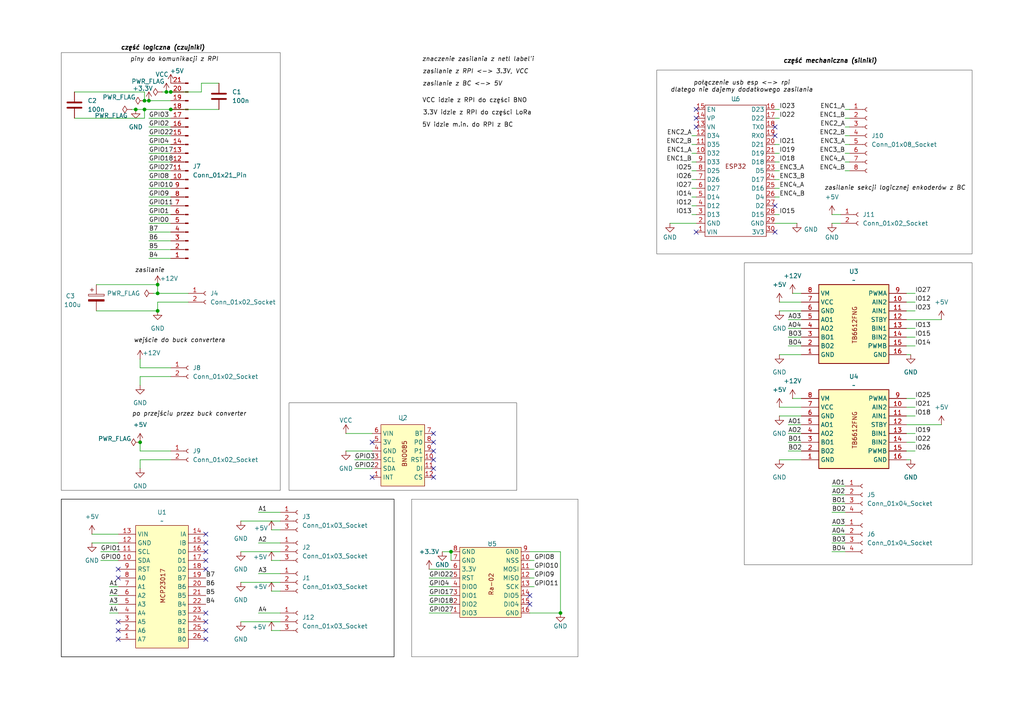
<source format=kicad_sch>
(kicad_sch (version 20231120) (generator "eeschema") (generator_version "8.0")
  (paper "A4")
  (lib_symbols
    (symbol "Connector:Conn_01x02_Socket" (pin_names (offset 1.016) hide)
      (property "Reference" "J" (at 0 2.54 0))
      (property "Value" "Conn_01x02_Socket" (at 0 -5.08 0))
      (symbol "Conn_01x02_Socket_1_1"
        (pin passive line (at -5.08 0 0) (length 3.81) (name "Pin_1") (number "1"))
        (pin passive line (at -5.08 -2.54 0) (length 3.81) (name "Pin_2") (number "2"))
      )
    )
    (symbol "Connector:Conn_01x03_Socket" (pin_names (offset 1.016) hide)
      (property "Reference" "J" (at 0 5.08 0))
      (property "Value" "Conn_01x03_Socket" (at 0 -5.08 0))
      (symbol "Conn_01x03_Socket_1_1"
        (pin passive line (at -5.08 2.54 0) (length 3.81) (name "Pin_1") (number "1"))
        (pin passive line (at -5.08 0 0) (length 3.81) (name "Pin_2") (number "2"))
        (pin passive line (at -5.08 -2.54 0) (length 3.81) (name "Pin_3") (number "3"))
      )
    )
    (symbol "Connector:Conn_01x04_Socket" (pin_names (offset 1.016) hide)
      (property "Reference" "J" (at 0 5.08 0))
      (property "Value" "Conn_01x04_Socket" (at 0 -7.62 0))
      (symbol "Conn_01x04_Socket_1_1"
        (pin passive line (at -5.08 2.54 0) (length 3.81) (name "Pin_1") (number "1"))
        (pin passive line (at -5.08 0 0) (length 3.81) (name "Pin_2") (number "2"))
        (pin passive line (at -5.08 -2.54 0) (length 3.81) (name "Pin_3") (number "3"))
        (pin passive line (at -5.08 -5.08 0) (length 3.81) (name "Pin_4") (number "4"))
      )
    )
    (symbol "Connector:Conn_01x08_Socket" (pin_names (offset 1.016) hide)
      (property "Reference" "J" (at 0 10.16 0))
      (property "Value" "Conn_01x08_Socket" (at 0 -12.7 0))
      (symbol "Conn_01x08_Socket_1_1"
        (pin passive line (at -5.08 7.62 0) (length 3.81) (name "Pin_1") (number "1"))
        (pin passive line (at -5.08 5.08 0) (length 3.81) (name "Pin_2") (number "2"))
        (pin passive line (at -5.08 2.54 0) (length 3.81) (name "Pin_3") (number "3"))
        (pin passive line (at -5.08 0 0) (length 3.81) (name "Pin_4") (number "4"))
        (pin passive line (at -5.08 -2.54 0) (length 3.81) (name "Pin_5") (number "5"))
        (pin passive line (at -5.08 -5.08 0) (length 3.81) (name "Pin_6") (number "6"))
        (pin passive line (at -5.08 -7.62 0) (length 3.81) (name "Pin_7") (number "7"))
        (pin passive line (at -5.08 -10.16 0) (length 3.81) (name "Pin_8") (number "8"))
      )
    )
    (symbol "Connector:Conn_01x21_Pin" (pin_names (offset 1.016) hide)
      (property "Reference" "J" (at 0 27.94 0))
      (property "Value" "Conn_01x21_Pin" (at 0 -27.94 0))
      (symbol "Conn_01x21_Pin_1_1"
        (pin passive line (at 5.08 25.4 180) (length 3.81) (name "Pin_1") (number "1"))
        (pin passive line (at 5.08 2.54 180) (length 3.81) (name "Pin_10") (number "10"))
        (pin passive line (at 5.08 0 180) (length 3.81) (name "Pin_11") (number "11"))
        (pin passive line (at 5.08 -2.54 180) (length 3.81) (name "Pin_12") (number "12"))
        (pin passive line (at 5.08 -5.08 180) (length 3.81) (name "Pin_13") (number "13"))
        (pin passive line (at 5.08 -7.62 180) (length 3.81) (name "Pin_14") (number "14"))
        (pin passive line (at 5.08 -10.16 180) (length 3.81) (name "Pin_15") (number "15"))
        (pin passive line (at 5.08 -12.7 180) (length 3.81) (name "Pin_16") (number "16"))
        (pin passive line (at 5.08 -15.24 180) (length 3.81) (name "Pin_17") (number "17"))
        (pin passive line (at 5.08 -17.78 180) (length 3.81) (name "Pin_18") (number "18"))
        (pin passive line (at 5.08 -20.32 180) (length 3.81) (name "Pin_19") (number "19"))
        (pin passive line (at 5.08 22.86 180) (length 3.81) (name "Pin_2") (number "2"))
        (pin passive line (at 5.08 -22.86 180) (length 3.81) (name "Pin_20") (number "20"))
        (pin passive line (at 5.08 -25.4 180) (length 3.81) (name "Pin_21") (number "21"))
        (pin passive line (at 5.08 20.32 180) (length 3.81) (name "Pin_3") (number "3"))
        (pin passive line (at 5.08 17.78 180) (length 3.81) (name "Pin_4") (number "4"))
        (pin passive line (at 5.08 15.24 180) (length 3.81) (name "Pin_5") (number "5"))
        (pin passive line (at 5.08 12.7 180) (length 3.81) (name "Pin_6") (number "6"))
        (pin passive line (at 5.08 10.16 180) (length 3.81) (name "Pin_7") (number "7"))
        (pin passive line (at 5.08 7.62 180) (length 3.81) (name "Pin_8") (number "8"))
        (pin passive line (at 5.08 5.08 180) (length 3.81) (name "Pin_9") (number "9"))
      )
    )
    (symbol "Device:C" (pin_numbers hide) (pin_names (offset 0.254))
      (property "Reference" "C" (at 0.635 2.54 0))
      (property "Value" "C" (at 0.635 -2.54 0))
      (symbol "C_1_1"
        (pin passive line (at 0 3.81 270) (length 2.794) (name "~") (number "1"))
        (pin passive line (at 0 -3.81 90) (length 2.794) (name "~") (number "2"))
      )
    )
    (symbol "Device:C_Polarized" (pin_numbers hide) (pin_names (offset 0.254))
      (property "Reference" "C" (at 0.635 2.54 0))
      (property "Value" "C_Polarized" (at 0.635 -2.54 0))
      (symbol "C_Polarized_1_1"
        (pin passive line (at 0 3.81 270) (length 2.794) (name "~") (number "1"))
        (pin passive line (at 0 -3.81 90) (length 2.794) (name "~") (number "2"))
      )
    )
    (symbol "TB6612FNG_THT_1"
      (property "Reference" "U3" (at 10.16 26.67 0))
      (property "Value" "~" (at 10.16 24.13 0))
      (symbol "TB6612FNG_THT_1_1_1"
        (text "TB6612FNG" (at 10.414 11.176 900) (effects (font (size 1.27 1.27))))
        (pin power_in line (at -5.08 2.54 0) (length 5.08) (name "GND") (number "1"))
        (pin passive line (at 25.4 17.78 180) (length 5.08) (name "AIN2") (number "10"))
        (pin passive line (at 25.4 15.24 180) (length 5.08) (name "AIN1") (number "11"))
        (pin input line (at 25.4 12.7 180) (length 5.08) (name "STBY") (number "12"))
        (pin passive line (at 25.4 10.16 180) (length 5.08) (name "BIN1") (number "13"))
        (pin passive line (at 25.4 7.62 180) (length 5.08) (name "BIN2") (number "14"))
        (pin bidirectional line (at 25.4 5.08 180) (length 5.08) (name "PWMB") (number "15"))
        (pin power_in line (at 25.4 2.54 180) (length 5.08) (name "GND") (number "16"))
        (pin output line (at -5.08 5.08 0) (length 5.08) (name "BO2") (number "2"))
        (pin output line (at -5.08 7.62 0) (length 5.08) (name "BO1") (number "3"))
        (pin output line (at -5.08 10.16 0) (length 5.08) (name "AO2") (number "4"))
        (pin output line (at -5.08 12.7 0) (length 5.08) (name "AO1") (number "5"))
        (pin power_in line (at -5.08 15.24 0) (length 5.08) (name "GND") (number "6"))
        (pin power_in line (at -5.08 17.78 0) (length 5.08) (name "VCC") (number "7"))
        (pin power_in line (at -5.08 20.32 0) (length 5.08) (name "VM") (number "8"))
        (pin bidirectional line (at 25.4 20.32 180) (length 5.08) (name "PWMA") (number "9"))
      )
    )
    (symbol "power:+12V" (power) (pin_numbers hide) (pin_names (offset 0) hide)
      (property "Value" "+12V" (at 0 3.556 0))
      (symbol "+12V_1_1"
        (pin power_in line (at 0 0 90) (length 0) (name "~") (number "1"))
      )
    )
    (symbol "power:+3.3V" (power) (pin_numbers hide) (pin_names (offset 0) hide)
      (property "Value" "+3.3V" (at 0 3.556 0))
      (symbol "+3.3V_1_1"
        (pin power_in line (at 0 0 90) (length 0) (name "~") (number "1"))
      )
    )
    (symbol "power:+5V" (power) (pin_numbers hide) (pin_names (offset 0) hide)
      (property "Value" "+5V" (at 0 3.556 0))
      (symbol "+5V_1_1"
        (pin power_in line (at 0 0 90) (length 0) (name "~") (number "1"))
      )
    )
    (symbol "power:GND" (power) (pin_numbers hide) (pin_names (offset 0) hide)
      (property "Value" "GND" (at 0 -3.81 0))
      (symbol "GND_1_1"
        (pin power_in line (at 0 0 270) (length 0) (name "~") (number "1"))
      )
    )
    (symbol "power:PWR_FLAG" (power) (pin_numbers hide) (pin_names (offset 0) hide)
      (property "Value" "PWR_FLAG" (at 0 3.81 0))
      (symbol "PWR_FLAG_0_0"
        (pin power_out line (at 0 0 90) (length 0) (name "~") (number "1"))
      )
    )
    (symbol "power:VCC" (power) (pin_numbers hide) (pin_names (offset 0) hide)
      (property "Value" "VCC" (at 0 3.556 0))
      (symbol "VCC_1_1"
        (pin power_in line (at 0 0 90) (length 0) (name "~") (number "1"))
      )
    )
    (symbol "project_parts:BNO085_THT"
      (property "Reference" "U" (at 6.096 18.796 0))
      (symbol "BNO085_THT_1_1"
        (text "BNO085" (at 6.858 9.398 900) (effects (font (size 1.27 1.27))))
        (pin input line (at -2.54 2.54 0) (length 2.54) (name "INT") (number "1"))
        (pin input line (at 15.24 7.62 180) (length 2.54) (name "RST") (number "10"))
        (pin input line (at 15.24 5.08 180) (length 2.54) (name "DI") (number "11"))
        (pin input line (at 15.24 2.54 180) (length 2.54) (name "CS") (number "12"))
        (pin input line (at -2.54 5.08 0) (length 2.54) (name "SDA") (number "2"))
        (pin input line (at -2.54 7.62 0) (length 2.54) (name "SCL") (number "3"))
        (pin input line (at -2.54 10.16 0) (length 2.54) (name "GND") (number "4"))
        (pin input line (at -2.54 12.7 0) (length 2.54) (name "3V") (number "5"))
        (pin input line (at -2.54 15.24 0) (length 2.54) (name "VIN") (number "6"))
        (pin input line (at 15.24 15.24 180) (length 2.54) (name "BT") (number "7"))
        (pin input line (at 15.24 12.7 180) (length 2.54) (name "P0") (number "8"))
        (pin input line (at 15.24 10.16 180) (length 2.54) (name "P1") (number "9"))
      )
    )
    (symbol "project_parts:ESP32_THT"
      (property "Reference" "U" (at 8.89 39.116 0))
      (symbol "ESP32_THT_1_1"
        (text "ESP32" (at 8.89 20.32 0) (effects (font (size 1.27 1.27))))
        (pin input line (at -2.54 1.27 0) (length 2.54) (name "VIN") (number "1"))
        (pin input line (at -2.54 24.13 0) (length 2.54) (name "D32") (number "10"))
        (pin input line (at -2.54 26.67 0) (length 2.54) (name "D35") (number "11"))
        (pin input line (at -2.54 29.21 0) (length 2.54) (name "D34") (number "12"))
        (pin input line (at -2.54 31.75 0) (length 2.54) (name "VN") (number "13"))
        (pin input line (at -2.54 34.29 0) (length 2.54) (name "VP") (number "14"))
        (pin input line (at -2.54 36.83 0) (length 2.54) (name "EN") (number "15"))
        (pin input line (at 20.32 36.83 180) (length 2.54) (name "D23") (number "16"))
        (pin input line (at 20.32 34.29 180) (length 2.54) (name "D22") (number "17"))
        (pin input line (at 20.32 31.75 180) (length 2.54) (name "TX0") (number "18"))
        (pin input line (at 20.32 29.21 180) (length 2.54) (name "RX0") (number "19"))
        (pin input line (at -2.54 3.81 0) (length 2.54) (name "GND") (number "2"))
        (pin input line (at 20.32 26.67 180) (length 2.54) (name "D21") (number "20"))
        (pin input line (at 20.32 24.13 180) (length 2.54) (name "D19") (number "21"))
        (pin input line (at 20.32 21.59 180) (length 2.54) (name "D18") (number "22"))
        (pin input line (at 20.32 19.05 180) (length 2.54) (name "D5") (number "23"))
        (pin input line (at 20.32 16.51 180) (length 2.54) (name "D17") (number "24"))
        (pin input line (at 20.32 13.97 180) (length 2.54) (name "D16") (number "25"))
        (pin input line (at 20.32 11.43 180) (length 2.54) (name "D4") (number "26"))
        (pin input line (at 20.32 8.89 180) (length 2.54) (name "D2") (number "27"))
        (pin input line (at 20.32 6.35 180) (length 2.54) (name "D15") (number "28"))
        (pin input line (at 20.32 3.81 180) (length 2.54) (name "GND") (number "29"))
        (pin input line (at -2.54 6.35 0) (length 2.54) (name "D13") (number "3"))
        (pin input line (at 20.32 1.27 180) (length 2.54) (name "3V3") (number "30"))
        (pin input line (at -2.54 8.89 0) (length 2.54) (name "D12") (number "4"))
        (pin input line (at -2.54 11.43 0) (length 2.54) (name "D14") (number "5"))
        (pin input line (at -2.54 13.97 0) (length 2.54) (name "D27") (number "6"))
        (pin input line (at -2.54 16.51 0) (length 2.54) (name "D26") (number "7"))
        (pin input line (at -2.54 19.05 0) (length 2.54) (name "D25") (number "8"))
        (pin input line (at -2.54 21.59 0) (length 2.54) (name "D33") (number "9"))
      )
    )
    (symbol "project_parts:MCP23017_THT"
      (property "Reference" "U1" (at 7.62 39.37 0))
      (property "Value" "~" (at 7.62 36.83 0))
      (symbol "MCP23017_THT_1_1"
        (text "MCP23017" (at 7.874 18.034 900) (effects (font (size 1.27 1.27))))
        (pin input line (at -5.08 2.54 0) (length 5.08) (name "A7") (number "1"))
        (pin input line (at -5.08 25.4 0) (length 5.08) (name "SDA") (number "10"))
        (pin input line (at -5.08 27.94 0) (length 5.08) (name "SCL") (number "11"))
        (pin power_in line (at -5.08 30.48 0) (length 5.08) (name "GND") (number "12"))
        (pin power_in line (at -5.08 33.02 0) (length 5.08) (name "VIN") (number "13"))
        (pin input line (at 20.32 33.02 180) (length 5.08) (name "IA") (number "14"))
        (pin input line (at 20.32 30.48 180) (length 5.08) (name "IB") (number "15"))
        (pin input line (at 20.32 27.94 180) (length 5.08) (name "D0") (number "16"))
        (pin input line (at 20.32 25.4 180) (length 5.08) (name "D1") (number "17"))
        (pin input line (at 20.32 22.86 180) (length 5.08) (name "D2") (number "18"))
        (pin input line (at 20.32 20.32 180) (length 5.08) (name "B7") (number "19"))
        (pin input line (at -5.08 5.08 0) (length 5.08) (name "A6") (number "2"))
        (pin input line (at 20.32 17.78 180) (length 5.08) (name "B6") (number "20"))
        (pin input line (at 20.32 15.24 180) (length 5.08) (name "B5") (number "21"))
        (pin input line (at 20.32 12.7 180) (length 5.08) (name "B4") (number "22"))
        (pin input line (at 20.32 10.16 180) (length 5.08) (name "B3") (number "23"))
        (pin input line (at 20.32 7.62 180) (length 5.08) (name "B2") (number "24"))
        (pin input line (at 20.32 5.08 180) (length 5.08) (name "B1") (number "25"))
        (pin input line (at 20.32 2.54 180) (length 5.08) (name "B0") (number "26"))
        (pin input line (at -5.08 7.62 0) (length 5.08) (name "A5") (number "3"))
        (pin input line (at -5.08 10.16 0) (length 5.08) (name "A4") (number "4"))
        (pin input line (at -5.08 12.7 0) (length 5.08) (name "A3") (number "5"))
        (pin input line (at -5.08 15.24 0) (length 5.08) (name "A2") (number "6"))
        (pin input line (at -5.08 17.78 0) (length 5.08) (name "A1") (number "7"))
        (pin input line (at -5.08 20.32 0) (length 5.08) (name "A0") (number "8"))
        (pin input line (at -5.08 22.86 0) (length 5.08) (name "RST") (number "9"))
      )
    )
    (symbol "project_parts:Ra-02_THT"
      (property "Reference" "U" (at 8.382 21.082 0))
      (symbol "Ra-02_THT_1_1"
        (text "Ra-02" (at 9.144 9.652 900) (effects (font (size 1.27 1.27))))
        (pin input line (at -2.54 1.27 0) (length 2.54) (name "DIO3") (number "1"))
        (pin input line (at 20.32 16.51 180) (length 2.54) (name "NSS") (number "10"))
        (pin input line (at 20.32 13.97 180) (length 2.54) (name "MOSI") (number "11"))
        (pin input line (at 20.32 11.43 180) (length 2.54) (name "MISO") (number "12"))
        (pin input line (at 20.32 8.89 180) (length 2.54) (name "SCK") (number "13"))
        (pin input line (at 20.32 6.35 180) (length 2.54) (name "DIO5") (number "14"))
        (pin input line (at 20.32 3.81 180) (length 2.54) (name "DIO4") (number "15"))
        (pin input line (at 20.32 1.27 180) (length 2.54) (name "GND") (number "16"))
        (pin input line (at -2.54 3.81 0) (length 2.54) (name "DIO2") (number "2"))
        (pin input line (at -2.54 6.35 0) (length 2.54) (name "DIO1") (number "3"))
        (pin input line (at -2.54 8.89 0) (length 2.54) (name "DIO0") (number "4"))
        (pin input line (at -2.54 11.43 0) (length 2.54) (name "RST") (number "5"))
        (pin input line (at -2.54 13.97 0) (length 2.54) (name "3.3V") (number "6"))
        (pin input line (at -2.54 16.51 0) (length 2.54) (name "GND") (number "7"))
        (pin input line (at -2.54 19.05 0) (length 2.54) (name "GND") (number "8"))
        (pin input line (at 20.32 19.05 180) (length 2.54) (name "GND") (number "9"))
      )
    )
    (symbol "project_parts:TB6612FNG_THT"
      (property "Reference" "U4" (at 10.16 26.67 0))
      (property "Value" "~" (at 10.16 24.13 0))
      (symbol "TB6612FNG_THT_1_1"
        (text "TB6612FNG" (at 10.414 11.176 900) (effects (font (size 1.27 1.27))))
        (pin power_in line (at -5.08 2.54 0) (length 5.08) (name "GND") (number "1"))
        (pin passive line (at 25.4 17.78 180) (length 5.08) (name "AIN2") (number "10"))
        (pin passive line (at 25.4 15.24 180) (length 5.08) (name "AIN1") (number "11"))
        (pin input line (at 25.4 12.7 180) (length 5.08) (name "STBY") (number "12"))
        (pin passive line (at 25.4 10.16 180) (length 5.08) (name "BIN1") (number "13"))
        (pin passive line (at 25.4 7.62 180) (length 5.08) (name "BIN2") (number "14"))
        (pin bidirectional line (at 25.4 5.08 180) (length 5.08) (name "PWMB") (number "15"))
        (pin power_in line (at 25.4 2.54 180) (length 5.08) (name "GND") (number "16"))
        (pin output line (at -5.08 5.08 0) (length 5.08) (name "BO2") (number "2"))
        (pin output line (at -5.08 7.62 0) (length 5.08) (name "BO1") (number "3"))
        (pin output line (at -5.08 10.16 0) (length 5.08) (name "AO2") (number "4"))
        (pin output line (at -5.08 12.7 0) (length 5.08) (name "AO1") (number "5"))
        (pin power_in line (at -5.08 15.24 0) (length 5.08) (name "GND") (number "6"))
        (pin power_in line (at -5.08 17.78 0) (length 5.08) (name "VCC") (number "7"))
        (pin power_in line (at -5.08 20.32 0) (length 5.08) (name "VM") (number "8"))
        (pin bidirectional line (at 25.4 20.32 180) (length 5.08) (name "PWMA") (number "9"))
      )
    )
  )
  (junction (at 162.56 177.8))
  (junction (at 49.53 31.75))
  (junction (at 45.72 90.17))
  (junction (at 45.72 82.55))
  (junction (at 40.64 128.27))
  (junction (at 130.81 160.02))
  (junction (at 45.72 85.09))
  (junction (at 48.26 26.67))
  (junction (at 43.18 29.21))
  (junction (at 41.91 29.21))
  (junction (at 41.91 31.75))
  (junction (at 39.37 31.75))
  (junction (at 49.53 26.67))
  (no_connect (at 201.93 36.83))
  (no_connect (at 153.67 175.26))
  (no_connect (at 59.69 160.02))
  (no_connect (at 34.29 182.88))
  (no_connect (at 125.73 125.73))
  (no_connect (at 201.93 31.75))
  (no_connect (at 125.73 135.89))
  (no_connect (at 59.69 177.8))
  (no_connect (at 201.93 67.31))
  (no_connect (at 34.29 167.64))
  (no_connect (at 59.69 182.88))
  (no_connect (at 224.79 59.69))
  (no_connect (at 125.73 138.43))
  (no_connect (at 59.69 162.56))
  (no_connect (at 59.69 185.42))
  (no_connect (at 201.93 34.29))
  (no_connect (at 59.69 157.48))
  (no_connect (at 153.67 172.72))
  (no_connect (at 224.79 36.83))
  (no_connect (at 59.69 154.94))
  (no_connect (at 224.79 67.31))
  (no_connect (at 59.69 180.34))
  (no_connect (at 59.69 165.1))
  (no_connect (at 107.95 138.43))
  (no_connect (at 125.73 133.35))
  (no_connect (at 34.29 180.34))
  (no_connect (at 125.73 128.27))
  (no_connect (at 125.73 130.81))
  (no_connect (at 34.29 185.42))
  (no_connect (at 107.95 128.27))
  (no_connect (at 34.29 165.1))
  (no_connect (at 224.79 39.37))
  (wire (pts (xy 31.75 175.26) (xy 34.29 175.26)))
  (wire (pts (xy 241.3 146.05) (xy 245.11 146.05)))
  (wire (pts (xy 245.11 34.29) (xy 246.38 34.29)))
  (wire (pts (xy 262.89 87.63) (xy 265.43 87.63)))
  (wire (pts (xy 262.89 95.25) (xy 265.43 95.25)))
  (wire (pts (xy 69.85 151.13) (xy 81.28 151.13)))
  (wire (pts (xy 58.42 24.13) (xy 58.42 26.67)))
  (wire (pts (xy 38.1 31.75) (xy 39.37 31.75)))
  (wire (pts (xy 40.64 111.76) (xy 40.64 109.22)))
  (wire (pts (xy 43.18 57.15) (xy 49.53 57.15)))
  (wire (pts (xy 262.89 85.09) (xy 265.43 85.09)))
  (wire (pts (xy 245.11 44.45) (xy 246.38 44.45)))
  (wire (pts (xy 200.66 44.45) (xy 201.93 44.45)))
  (wire (pts (xy 200.66 46.99) (xy 201.93 46.99)))
  (wire (pts (xy 78.74 171.45) (xy 81.28 171.45)))
  (wire (pts (xy 43.18 62.23) (xy 49.53 62.23)))
  (wire (pts (xy 224.79 52.07) (xy 226.06 52.07)))
  (wire (pts (xy 100.33 125.73) (xy 107.95 125.73)))
  (wire (pts (xy 262.89 133.35) (xy 264.16 133.35)))
  (wire (pts (xy 162.56 160.02) (xy 162.56 177.8)))
  (wire (pts (xy 241.3 64.77) (xy 243.84 64.77)))
  (wire (pts (xy 200.66 54.61) (xy 201.93 54.61)))
  (wire (pts (xy 224.79 31.75) (xy 226.06 31.75)))
  (wire (pts (xy 229.87 115.57) (xy 232.41 115.57)))
  (wire (pts (xy 27.94 82.55) (xy 45.72 82.55)))
  (wire (pts (xy 245.11 41.91) (xy 246.38 41.91)))
  (wire (pts (xy 200.66 62.23) (xy 201.93 62.23)))
  (wire (pts (xy 21.59 34.29) (xy 41.91 34.29)))
  (wire (pts (xy 241.3 148.59) (xy 245.11 148.59)))
  (wire (pts (xy 245.11 46.99) (xy 246.38 46.99)))
  (wire (pts (xy 200.66 59.69) (xy 201.93 59.69)))
  (wire (pts (xy 153.67 170.18) (xy 154.94 170.18)))
  (wire (pts (xy 21.59 26.67) (xy 41.91 26.67)))
  (wire (pts (xy 200.66 57.15) (xy 201.93 57.15)))
  (wire (pts (xy 228.6 123.19) (xy 232.41 123.19)))
  (wire (pts (xy 262.89 125.73) (xy 265.43 125.73)))
  (wire (pts (xy 224.79 49.53) (xy 226.06 49.53)))
  (wire (pts (xy 29.21 160.02) (xy 34.29 160.02)))
  (wire (pts (xy 226.06 102.87) (xy 232.41 102.87)))
  (wire (pts (xy 41.91 34.29) (xy 41.91 31.75)))
  (wire (pts (xy 200.66 49.53) (xy 201.93 49.53)))
  (wire (pts (xy 124.46 172.72) (xy 130.81 172.72)))
  (wire (pts (xy 43.18 46.99) (xy 49.53 46.99)))
  (wire (pts (xy 43.18 72.39) (xy 49.53 72.39)))
  (wire (pts (xy 153.67 167.64) (xy 154.94 167.64)))
  (wire (pts (xy 262.89 100.33) (xy 265.43 100.33)))
  (wire (pts (xy 74.93 148.59) (xy 81.28 148.59)))
  (wire (pts (xy 31.75 177.8) (xy 34.29 177.8)))
  (wire (pts (xy 31.75 170.18) (xy 34.29 170.18)))
  (wire (pts (xy 130.81 160.02) (xy 130.81 162.56)))
  (wire (pts (xy 69.85 168.91) (xy 81.28 168.91)))
  (wire (pts (xy 41.91 31.75) (xy 49.53 31.75)))
  (wire (pts (xy 26.67 157.48) (xy 34.29 157.48)))
  (wire (pts (xy 43.18 64.77) (xy 49.53 64.77)))
  (wire (pts (xy 200.66 39.37) (xy 201.93 39.37)))
  (wire (pts (xy 43.18 34.29) (xy 49.53 34.29)))
  (wire (pts (xy 241.3 143.51) (xy 245.11 143.51)))
  (wire (pts (xy 224.79 41.91) (xy 226.06 41.91)))
  (wire (pts (xy 45.72 82.55) (xy 45.72 85.09)))
  (wire (pts (xy 124.46 167.64) (xy 130.81 167.64)))
  (wire (pts (xy 41.91 26.67) (xy 41.91 29.21)))
  (wire (pts (xy 63.5 24.13) (xy 58.42 24.13)))
  (wire (pts (xy 49.53 31.75) (xy 63.5 31.75)))
  (wire (pts (xy 29.21 162.56) (xy 34.29 162.56)))
  (wire (pts (xy 45.72 90.17) (xy 45.72 87.63)))
  (wire (pts (xy 153.67 165.1) (xy 154.94 165.1)))
  (wire (pts (xy 43.18 36.83) (xy 49.53 36.83)))
  (wire (pts (xy 262.89 128.27) (xy 265.43 128.27)))
  (wire (pts (xy 245.11 49.53) (xy 246.38 49.53)))
  (wire (pts (xy 124.46 165.1) (xy 130.81 165.1)))
  (wire (pts (xy 69.85 160.02) (xy 81.28 160.02)))
  (wire (pts (xy 40.64 109.22) (xy 49.53 109.22)))
  (wire (pts (xy 74.93 166.37) (xy 81.28 166.37)))
  (wire (pts (xy 228.6 95.25) (xy 232.41 95.25)))
  (wire (pts (xy 262.89 97.79) (xy 265.43 97.79)))
  (wire (pts (xy 228.6 92.71) (xy 232.41 92.71)))
  (wire (pts (xy 40.64 104.14) (xy 40.64 106.68)))
  (wire (pts (xy 245.11 36.83) (xy 246.38 36.83)))
  (wire (pts (xy 226.06 90.17) (xy 232.41 90.17)))
  (wire (pts (xy 262.89 92.71) (xy 273.05 92.71)))
  (wire (pts (xy 40.64 128.27) (xy 40.64 130.81)))
  (wire (pts (xy 262.89 118.11) (xy 265.43 118.11)))
  (wire (pts (xy 124.46 170.18) (xy 130.81 170.18)))
  (wire (pts (xy 153.67 160.02) (xy 162.56 160.02)))
  (wire (pts (xy 43.18 29.21) (xy 49.53 29.21)))
  (wire (pts (xy 45.72 85.09) (xy 54.61 85.09)))
  (wire (pts (xy 228.6 97.79) (xy 232.41 97.79)))
  (wire (pts (xy 26.67 154.94) (xy 34.29 154.94)))
  (wire (pts (xy 100.33 130.81) (xy 107.95 130.81)))
  (wire (pts (xy 43.18 44.45) (xy 49.53 44.45)))
  (wire (pts (xy 226.06 133.35) (xy 232.41 133.35)))
  (wire (pts (xy 40.64 106.68) (xy 49.53 106.68)))
  (wire (pts (xy 226.06 87.63) (xy 232.41 87.63)))
  (wire (pts (xy 153.67 162.56) (xy 154.94 162.56)))
  (wire (pts (xy 43.18 39.37) (xy 49.53 39.37)))
  (wire (pts (xy 43.18 54.61) (xy 49.53 54.61)))
  (wire (pts (xy 245.11 31.75) (xy 246.38 31.75)))
  (wire (pts (xy 224.79 54.61) (xy 226.06 54.61)))
  (wire (pts (xy 200.66 52.07) (xy 201.93 52.07)))
  (wire (pts (xy 46.99 26.67) (xy 48.26 26.67)))
  (wire (pts (xy 224.79 62.23) (xy 226.06 62.23)))
  (wire (pts (xy 262.89 115.57) (xy 265.43 115.57)))
  (wire (pts (xy 40.64 135.89) (xy 40.64 133.35)))
  (wire (pts (xy 78.74 162.56) (xy 81.28 162.56)))
  (wire (pts (xy 44.45 85.09) (xy 45.72 85.09)))
  (wire (pts (xy 224.79 44.45) (xy 226.06 44.45)))
  (wire (pts (xy 128.27 160.02) (xy 130.81 160.02)))
  (wire (pts (xy 45.72 87.63) (xy 54.61 87.63)))
  (wire (pts (xy 74.93 177.8) (xy 81.28 177.8)))
  (wire (pts (xy 41.91 29.21) (xy 43.18 29.21)))
  (wire (pts (xy 224.79 64.77) (xy 231.14 64.77)))
  (wire (pts (xy 102.87 133.35) (xy 107.95 133.35)))
  (wire (pts (xy 43.18 49.53) (xy 49.53 49.53)))
  (wire (pts (xy 40.64 130.81) (xy 49.53 130.81)))
  (wire (pts (xy 102.87 135.89) (xy 107.95 135.89)))
  (wire (pts (xy 124.46 175.26) (xy 130.81 175.26)))
  (wire (pts (xy 40.64 133.35) (xy 49.53 133.35)))
  (wire (pts (xy 262.89 123.19) (xy 273.05 123.19)))
  (wire (pts (xy 241.3 140.97) (xy 245.11 140.97)))
  (wire (pts (xy 228.6 128.27) (xy 232.41 128.27)))
  (wire (pts (xy 153.67 177.8) (xy 162.56 177.8)))
  (wire (pts (xy 226.06 120.65) (xy 232.41 120.65)))
  (wire (pts (xy 262.89 130.81) (xy 265.43 130.81)))
  (wire (pts (xy 58.42 26.67) (xy 49.53 26.67)))
  (wire (pts (xy 224.79 34.29) (xy 226.06 34.29)))
  (wire (pts (xy 228.6 100.33) (xy 232.41 100.33)))
  (wire (pts (xy 43.18 69.85) (xy 49.53 69.85)))
  (wire (pts (xy 226.06 118.11) (xy 232.41 118.11)))
  (wire (pts (xy 262.89 120.65) (xy 265.43 120.65)))
  (wire (pts (xy 229.87 85.09) (xy 232.41 85.09)))
  (wire (pts (xy 241.3 152.4) (xy 245.11 152.4)))
  (wire (pts (xy 241.3 157.48) (xy 245.11 157.48)))
  (wire (pts (xy 48.26 26.67) (xy 49.53 26.67)))
  (wire (pts (xy 43.18 59.69) (xy 49.53 59.69)))
  (wire (pts (xy 78.74 153.67) (xy 81.28 153.67)))
  (wire (pts (xy 31.75 172.72) (xy 34.29 172.72)))
  (wire (pts (xy 224.79 57.15) (xy 226.06 57.15)))
  (wire (pts (xy 43.18 74.93) (xy 49.53 74.93)))
  (wire (pts (xy 43.18 67.31) (xy 49.53 67.31)))
  (wire (pts (xy 27.94 90.17) (xy 45.72 90.17)))
  (wire (pts (xy 262.89 90.17) (xy 265.43 90.17)))
  (wire (pts (xy 43.18 41.91) (xy 49.53 41.91)))
  (wire (pts (xy 200.66 41.91) (xy 201.93 41.91)))
  (wire (pts (xy 241.3 154.94) (xy 245.11 154.94)))
  (wire (pts (xy 241.3 62.23) (xy 243.84 62.23)))
  (wire (pts (xy 224.79 46.99) (xy 226.06 46.99)))
  (wire (pts (xy 241.3 160.02) (xy 245.11 160.02)))
  (wire (pts (xy 78.74 182.88) (xy 81.28 182.88)))
  (wire (pts (xy 228.6 130.81) (xy 232.41 130.81)))
  (wire (pts (xy 43.18 52.07) (xy 49.53 52.07)))
  (wire (pts (xy 124.46 177.8) (xy 130.81 177.8)))
  (wire (pts (xy 69.85 180.34) (xy 81.28 180.34)))
  (wire (pts (xy 262.89 102.87) (xy 264.16 102.87)))
  (wire (pts (xy 74.93 157.48) (xy 81.28 157.48)))
  (wire (pts (xy 228.6 125.73) (xy 232.41 125.73)))
  (wire (pts (xy 39.37 31.75) (xy 41.91 31.75)))
  (wire (pts (xy 245.11 39.37) (xy 246.38 39.37)))
  (wire (pts (xy 194.31 64.77) (xy 201.93 64.77)))
  (rectangle (start 17.78 144.78) (end 114.3 190.5) (stroke (width 0) (color 0 0 0 1)))
  (rectangle (start 215.9 76.2) (end 281.94 163.83) (stroke (width 0.0254) (color 0 0 0 1)))
  (rectangle (start 190.5 20.32) (end 281.94 73.66) (stroke (width 0.0254) (color 0 0 0 1)))
  (rectangle (start 17.78 15.24) (end 81.28 142.24) (stroke (width 0.0254) (color 0 0 0 1)))
  (rectangle (start 83.82 116.84) (end 149.86 142.24) (stroke (width 0.0254) (color 0 0 0 1)))
  (rectangle (start 119.38 144.78) (end 167.64 190.5) (stroke (width 0.0254) (color 0 0 0 1)))
  (text "zasilanie z RPI <-> 3.3V, VCC" (at 137.922 20.828 0) (effects (font (size 1.27 1.27) (italic yes))))
  (text "3.3V idzie z RPI do części LoRa" (at 138.43 32.766 0) (effects (font (size 1.27 1.27))))
  (text "połączenie usb esp <-> rpi\ndlatego nie dajemy dodatkowego zasilania" (at 215.138 25.146 0) (effects (font (size 1.27 1.27) (italic yes))))
  (text "zasilanie z BC <-> 5V" (at 134.112 24.384 0) (effects (font (size 1.27 1.27) (italic yes))))
  (text "część logiczna (czujniki)" (at 47.244 13.97 0) (effects (font (size 1.27 1.27) (thickness 0.254) (bold yes) (italic yes))))
  (text "wejście do buck convertera" (at 52.07 98.806 0) (effects (font (size 1.27 1.27) (italic yes))))
  (text "piny do komunikacji z RPI" (at 50.546 17.272 0) (effects (font (size 1.27 1.27) (italic yes))))
  (text "VCC idzie z RPI do części BNO" (at 137.668 29.21 0) (effects (font (size 1.27 1.27))))
  (text "zasilanie sekcji logicznej enkoderów z BC" (at 259.588 54.61 0) (effects (font (size 1.27 1.27) (italic yes))))
  (text "znaczenie zasilania z netl label'i" (at 138.684 17.272 0) (effects (font (size 1.27 1.27) (italic yes))))
  (text "część mechaniczna (silniki)" (at 240.792 17.78 0) (effects (font (size 1.27 1.27) (thickness 0.254) (bold yes) (italic yes))))
  (text "zasilanie" (at 43.434 78.486 0) (effects (font (size 1.27 1.27) (italic yes))))
  (text "5V idzie m.in. do RPI z BC" (at 135.636 36.322 0) (effects (font (size 1.27 1.27))))
  (text "po przejściu przez buck converter" (at 54.864 120.142 0) (effects (font (size 1.27 1.27) (italic yes))))
  (label "AO4" (at 241.3 154.94 0))
  (label "ENC4_A" (at 226.06 54.61 0))
  (label "GPIO1" (at 43.18 62.23 0))
  (label "IO25" (at 265.43 115.57 0))
  (label "A4" (at 74.93 177.8 0))
  (label "BO2" (at 241.3 148.59 0))
  (label "ENC1_A" (at 245.11 31.75 180))
  (label "GPIO17" (at 124.46 172.72 0))
  (label "BO3" (at 241.3 157.48 0))
  (label "BO4" (at 241.3 160.02 0))
  (label "BO1" (at 228.6 128.27 0))
  (label "BO3" (at 228.6 97.79 0))
  (label "IO23" (at 265.43 90.17 0))
  (label "A3" (at 74.93 166.37 0))
  (label "GPIO18" (at 43.18 46.99 0))
  (label "AO1" (at 228.6 123.19 0))
  (label "GPIO11" (at 43.18 59.69 0))
  (label "ENC3_B" (at 226.06 52.07 0))
  (label "ENC1_A" (at 200.66 44.45 180))
  (label "B5" (at 59.69 172.72 0))
  (label "IO23" (at 226.06 31.75 0))
  (label "ENC4_B" (at 226.06 57.15 0))
  (label "IO22" (at 226.06 34.29 0))
  (label "IO21" (at 226.06 41.91 0))
  (label "IO14" (at 265.43 100.33 0))
  (label "B4" (at 59.69 175.26 0))
  (label "B6" (at 43.18 69.85 0))
  (label "IO12" (at 200.66 59.69 180))
  (label "IO22" (at 265.43 128.27 0))
  (label "ENC3_A" (at 245.11 41.91 180))
  (label "IO13" (at 265.43 95.25 0))
  (label "ENC4_B" (at 245.11 49.53 180))
  (label "ENC2_B" (at 245.11 39.37 180))
  (label "IO26" (at 265.43 130.81 0))
  (label "ENC3_B" (at 245.11 44.45 180))
  (label "ENC1_B" (at 245.11 34.29 180))
  (label "IO27" (at 265.43 85.09 0))
  (label "ENC3_A" (at 226.06 49.53 0))
  (label "GPIO18" (at 124.46 175.26 0))
  (label "BO2" (at 228.6 130.81 0))
  (label "GPIO4" (at 124.46 170.18 0))
  (label "GPIO4" (at 43.18 41.91 0))
  (label "IO18" (at 226.06 46.99 0))
  (label "IO19" (at 265.43 125.73 0))
  (label "IO25" (at 200.66 49.53 180))
  (label "GPIO9" (at 154.94 167.64 0))
  (label "GPIO27" (at 124.46 177.8 0))
  (label "A2" (at 74.93 157.48 0))
  (label "IO15" (at 226.06 62.23 0))
  (label "GPIO1" (at 29.21 160.02 0))
  (label "B6" (at 59.69 170.18 0))
  (label "AO4" (at 228.6 95.25 0))
  (label "ENC2_A" (at 245.11 36.83 180))
  (label "GPIO8" (at 43.18 52.07 0))
  (label "A2" (at 31.75 172.72 0))
  (label "B4" (at 43.18 74.93 0))
  (label "GPIO2" (at 43.18 36.83 0))
  (label "ENC2_B" (at 200.66 41.91 180))
  (label "B7" (at 59.69 167.64 0))
  (label "GPIO0" (at 29.21 162.56 0))
  (label "AO3" (at 241.3 152.4 0))
  (label "B7" (at 43.18 67.31 0))
  (label "GPIO10" (at 154.94 165.1 0))
  (label "GPIO8" (at 154.94 162.56 0))
  (label "ENC1_B" (at 200.66 46.99 180))
  (label "GPIO9" (at 43.18 57.15 0))
  (label "GPIO0" (at 43.18 64.77 0))
  (label "A1" (at 31.75 170.18 0))
  (label "B5" (at 43.18 72.39 0))
  (label "A3" (at 31.75 175.26 0))
  (label "GPIO22" (at 43.18 39.37 0))
  (label "A1" (at 74.93 148.59 0))
  (label "GPIO3" (at 102.87 133.35 0))
  (label "IO15" (at 265.43 97.79 0))
  (label "GPIO10" (at 43.18 54.61 0))
  (label "GPIO17" (at 43.18 44.45 0))
  (label "GPIO3" (at 43.18 34.29 0))
  (label "IO26" (at 200.66 52.07 180))
  (label "AO3" (at 228.6 92.71 0))
  (label "IO21" (at 265.43 118.11 0))
  (label "GPIO11" (at 154.94 170.18 0))
  (label "A4" (at 31.75 177.8 0))
  (label "AO2" (at 228.6 125.73 0))
  (label "ENC4_A" (at 245.11 46.99 180))
  (label "BO1" (at 241.3 146.05 0))
  (label "GPIO22" (at 124.46 167.64 0))
  (label "AO1" (at 241.3 140.97 0))
  (label "AO2" (at 241.3 143.51 0))
  (label "GPIO27" (at 43.18 49.53 0))
  (label "GPIO2" (at 102.87 135.89 0))
  (label "ENC2_A" (at 200.66 39.37 180))
  (label "IO18" (at 265.43 120.65 0))
  (label "IO19" (at 226.06 44.45 0))
  (label "IO14" (at 200.66 57.15 180))
  (label "IO27" (at 200.66 54.61 180))
  (label "IO13" (at 200.66 62.23 180))
  (label "BO4" (at 228.6 100.33 0))
  (label "IO12" (at 265.43 87.63 0))
  (symbol (lib_id "power:GND") (at 69.85 151.13 0) (unit 1)
    (property "Reference" "#PWR06" (effects (hide yes)))
    (property "Value" "GND" (at 69.85 156.21 0))
    (property "Description" "Power symbol creates a global label with name \"GND\" , ground" (effects (hide yes)))
  )
  (symbol (lib_id "Connector:Conn_01x03_Socket") (at 86.36 168.91 0) (unit 1)
    (property "Reference" "J1" (at 87.63 167.6399 0) (effects (justify left)))
    (property "Value" "Conn_01x03_Socket" (at 87.63 170.1799 0) (effects (justify left)))
    (property "Footprint" "Connector_PinSocket_2.54mm:PinSocket_1x03_P2.54mm_Vertical" (effects (hide yes)))
    (property "Description" "Generic connector, single row, 01x03, script generated" (effects (hide yes)))
  )
  (symbol (lib_id "Connector:Conn_01x03_Socket") (at 86.36 160.02 0) (unit 1)
    (property "Reference" "J2" (at 87.63 158.7499 0) (effects (justify left)))
    (property "Value" "Conn_01x03_Socket" (at 87.63 161.2899 0) (effects (justify left)))
    (property "Footprint" "Connector_PinSocket_2.54mm:PinSocket_1x03_P2.54mm_Vertical" (effects (hide yes)))
    (property "Description" "Generic connector, single row, 01x03, script generated" (effects (hide yes)))
  )
  (symbol (lib_id "power:GND") (at 100.33 130.81 0) (unit 1)
    (property "Reference" "#PWR010" (effects (hide yes)))
    (property "Value" "GND" (at 100.33 135.89 0))
    (property "Description" "Power symbol creates a global label with name \"GND\" , ground" (effects (hide yes)))
  )
  (symbol (lib_id "Device:C_Polarized") (at 27.94 86.36 0) (unit 1)
    (property "Reference" "C3" (at 19.05 85.852 0) (effects (justify left)))
    (property "Value" "100u" (at 18.542 88.392 0) (effects (justify left)))
    (property "Footprint" "Capacitor_THT:CP_Radial_D8.0mm_P2.50mm" (effects (hide yes)))
    (property "Description" "Polarized capacitor" (effects (hide yes)))
  )
  (symbol (lib_id "power:+12V") (at 45.72 82.55 0) (unit 1)
    (property "Reference" "#PWR031" (effects (hide yes)))
    (property "Value" "+12V" (at 49.022 80.772 0))
    (property "Description" "Power symbol creates a global label with name \"+12V\"" (effects (hide yes)))
  )
  (symbol (lib_id "power:+12V") (at 229.87 115.57 0) (unit 1)
    (property "Reference" "#PWR018" (effects (hide yes)))
    (property "Value" "+12V" (at 229.87 110.49 0))
    (property "Description" "Power symbol creates a global label with name \"+12V\"" (effects (hide yes)))
  )
  (symbol (lib_id "power:GND") (at 69.85 180.34 0) (unit 1)
    (property "Reference" "#PWR040" (effects (hide yes)))
    (property "Value" "GND" (at 69.85 185.42 0))
    (property "Description" "Power symbol creates a global label with name \"GND\" , ground" (effects (hide yes)))
  )
  (symbol (lib_id "Connector:Conn_01x02_Socket") (at 54.61 106.68 0) (unit 1)
    (property "Reference" "J8" (at 55.88 106.6799 0) (effects (justify left)))
    (property "Value" "Conn_01x02_Socket" (at 55.88 109.2199 0) (effects (justify left)))
    (property "Footprint" "Connector_PinSocket_2.54mm:PinSocket_1x02_P2.54mm_Vertical" (effects (hide yes)))
    (property "Description" "Generic connector, single row, 01x02, script generated" (effects (hide yes)))
  )
  (symbol (lib_id "power:GND") (at 226.06 90.17 0) (unit 1)
    (property "Reference" "#PWR012" (effects (hide yes)))
    (property "Value" "GND" (at 226.06 95.25 0))
    (property "Description" "Power symbol creates a global label with name \"GND\" , ground" (effects (hide yes)))
  )
  (symbol (lib_id "power:+5V") (at 78.74 153.67 0) (unit 1)
    (property "Reference" "#PWR01" (effects (hide yes)))
    (property "Value" "+5V" (at 75.692 153.162 0))
    (property "Description" "Power symbol creates a global label with name \"+5V\"" (effects (hide yes)))
  )
  (symbol (lib_id "power:GND") (at 226.06 120.65 0) (unit 1)
    (property "Reference" "#PWR015" (effects (hide yes)))
    (property "Value" "GND" (at 226.06 125.73 0))
    (property "Description" "Power symbol creates a global label with name \"GND\" , ground" (effects (hide yes)))
  )
  (symbol (lib_id "Connector:Conn_01x21_Pin") (at 54.61 49.53 180) (unit 1)
    (property "Reference" "J7" (at 55.88 48.2599 0) (effects (justify right)))
    (property "Value" "Conn_01x21_Pin" (at 55.88 50.7999 0) (effects (justify right)))
    (property "Footprint" "Connector_PinHeader_2.54mm:PinHeader_1x21_P2.54mm_Vertical" (effects (hide yes)))
    (property "Description" "Generic connector, single row, 01x21, script generated" (effects (hide yes)))
  )
  (symbol (lib_id "power:+5V") (at 78.74 162.56 0) (unit 1)
    (property "Reference" "#PWR02" (effects (hide yes)))
    (property "Value" "+5V" (at 75.438 161.544 0))
    (property "Description" "Power symbol creates a global label with name \"+5V\"" (effects (hide yes)))
  )
  (symbol (lib_id "power:GND") (at 162.56 177.8 0) (unit 1)
    (property "Reference" "#PWR027" (effects (hide yes)))
    (property "Value" "GND" (at 162.56 181.61 0))
    (property "Description" "Power symbol creates a global label with name \"GND\" , ground" (effects (hide yes)))
  )
  (symbol (lib_id "power:GND") (at 26.67 157.48 0) (unit 1)
    (property "Reference" "#PWR024" (effects (hide yes)))
    (property "Value" "GND" (at 26.67 162.56 0))
    (property "Description" "Power symbol creates a global label with name \"GND\" , ground" (effects (hide yes)))
  )
  (symbol (lib_id "power:+5V") (at 226.06 87.63 0) (unit 1)
    (property "Reference" "#PWR011" (effects (hide yes)))
    (property "Value" "+5V" (at 226.06 82.55 0))
    (property "Description" "Power symbol creates a global label with name \"+5V\"" (effects (hide yes)))
  )
  (symbol (lib_id "power:GND") (at 264.16 133.35 0) (unit 1)
    (property "Reference" "#PWR020" (effects (hide yes)))
    (property "Value" "GND" (at 264.16 138.43 0))
    (property "Description" "Power symbol creates a global label with name \"GND\" , ground" (effects (hide yes)))
  )
  (symbol (lib_id "power:+12V") (at 40.64 104.14 0) (unit 1)
    (property "Reference" "#PWR09" (effects (hide yes)))
    (property "Value" "+12V" (at 43.942 102.362 0))
    (property "Description" "Power symbol creates a global label with name \"+12V\"" (effects (hide yes)))
  )
  (symbol (lib_id "power:+5V") (at 49.53 24.13 0) (unit 1)
    (property "Reference" "#PWR041" (effects (hide yes)))
    (property "Value" "+5V" (at 51.308 20.574 0))
    (property "Description" "Power symbol creates a global label with name \"+5V\"" (effects (hide yes)))
  )
  (symbol (lib_id "power:VCC") (at 100.33 125.73 0) (unit 1)
    (property "Reference" "#PWR04" (effects (hide yes)))
    (property "Value" "VCC" (at 100.33 121.92 0))
    (property "Description" "Power symbol creates a global label with name \"VCC\"" (effects (hide yes)))
  )
  (symbol (lib_id "power:PWR_FLAG") (at 40.64 128.27 90) (unit 1)
    (property "Reference" "#FLG02" (effects (hide yes)))
    (property "Value" "PWR_FLAG" (at 38.1 127.254 90) (effects (justify left)))
    (property "Description" "Special symbol for telling ERC where power comes from" (effects (hide yes)))
  )
  (symbol (lib_id "Connector:Conn_01x02_Socket") (at 59.69 85.09 0) (unit 1)
    (property "Reference" "J4" (at 60.96 85.0899 0) (effects (justify left)))
    (property "Value" "Conn_01x02_Socket" (at 60.96 87.6299 0) (effects (justify left)))
    (property "Footprint" "Connector_PinSocket_2.54mm:PinSocket_1x02_P2.54mm_Vertical" (effects (hide yes)))
    (property "Description" "Generic connector, single row, 01x02, script generated" (effects (hide yes)))
  )
  (symbol (lib_id "power:GND") (at 40.64 111.76 0) (unit 1)
    (property "Reference" "#PWR032" (effects (hide yes)))
    (property "Value" "GND" (at 40.64 116.84 0))
    (property "Description" "Power symbol creates a global label with name \"GND\" , ground" (effects (hide yes)))
  )
  (symbol (lib_id "power:GND") (at 39.37 31.75 0) (unit 1)
    (property "Reference" "#PWR028" (effects (hide yes)))
    (property "Value" "GND" (at 39.37 36.83 0))
    (property "Description" "Power symbol creates a global label with name \"GND\" , ground" (effects (hide yes)))
  )
  (symbol (lib_id "power:GND") (at 45.72 90.17 0) (unit 1)
    (property "Reference" "#PWR05" (effects (hide yes)))
    (property "Value" "GND" (at 45.72 95.25 0))
    (property "Description" "Power symbol creates a global label with name \"GND\" , ground" (effects (hide yes)))
  )
  (symbol (lib_id "project_parts:TB6612FNG_THT") (at 237.49 135.89 0) (unit 1)
    (property "Reference" "U4" (at 247.65 109.22 0))
    (property "Value" "~" (at 247.65 111.76 0))
    (property "Footprint" "project_parts:TB6612FNG_THT" (effects (hide yes)))
  )
  (symbol (lib_id "power:GND") (at 264.16 102.87 0) (unit 1)
    (property "Reference" "#PWR019" (effects (hide yes)))
    (property "Value" "GND" (at 264.16 107.95 0))
    (property "Description" "Power symbol creates a global label with name \"GND\" , ground" (effects (hide yes)))
  )
  (symbol (lib_id "power:+3.3V") (at 43.18 29.21 0) (unit 1)
    (property "Reference" "#PWR030" (effects (hide yes)))
    (property "Value" "+3.3V" (at 41.402 25.654 0))
    (property "Description" "Power symbol creates a global label with name \"+3.3V\"" (effects (hide yes)))
  )
  (symbol (lib_id "Connector:Conn_01x02_Socket") (at 54.61 130.81 0) (unit 1)
    (property "Reference" "J9" (at 55.88 130.8099 0) (effects (justify left)))
    (property "Value" "Conn_01x02_Socket" (at 55.88 133.3499 0) (effects (justify left)))
    (property "Footprint" "Connector_PinSocket_2.54mm:PinSocket_1x02_P2.54mm_Vertical" (effects (hide yes)))
    (property "Description" "Generic connector, single row, 01x02, script generated" (effects (hide yes)))
  )
  (symbol (lib_id "power:GND") (at 40.64 135.89 0) (unit 1)
    (property "Reference" "#PWR034" (effects (hide yes)))
    (property "Value" "GND" (at 40.64 140.97 0))
    (property "Description" "Power symbol creates a global label with name \"GND\" , ground" (effects (hide yes)))
  )
  (symbol (lib_id "power:+5V") (at 273.05 123.19 0) (unit 1)
    (property "Reference" "#PWR022" (effects (hide yes)))
    (property "Value" "+5V" (at 273.05 118.11 0))
    (property "Description" "Power symbol creates a global label with name \"+5V\"" (effects (hide yes)))
  )
  (symbol (lib_id "power:GND") (at 69.85 160.02 0) (unit 1)
    (property "Reference" "#PWR07" (effects (hide yes)))
    (property "Value" "GND" (at 69.85 165.1 0))
    (property "Description" "Power symbol creates a global label with name \"GND\" , ground" (effects (hide yes)))
  )
  (symbol (lib_id "project_parts:ESP32_THT") (at 204.47 68.58 0) (unit 1)
    (property "Reference" "U6" (at 213.36 28.702 0))
    (property "Value" "~" (at 213.36 29.21 0))
    (property "Footprint" "project_parts:ESP32_THT" (effects (hide yes)))
  )
  (symbol (lib_id "power:+5V") (at 241.3 62.23 0) (unit 1)
    (property "Reference" "#PWR029" (effects (hide yes)))
    (property "Value" "+5V" (at 241.3 57.15 0))
    (property "Description" "Power symbol creates a global label with name \"+5V\"" (effects (hide yes)))
  )
  (symbol (lib_id "project_parts:MCP23017_THT") (at 39.37 187.96 0) (unit 1)
    (property "Reference" "U1" (at 46.99 148.59 0))
    (property "Value" "~" (at 46.99 151.13 0))
    (property "Footprint" "project_parts:MCP23017_THT" (effects (hide yes)))
  )
  (symbol (lib_id "power:+5V") (at 226.06 118.11 0) (unit 1)
    (property "Reference" "#PWR014" (effects (hide yes)))
    (property "Value" "+5V" (at 226.06 113.03 0))
    (property "Description" "Power symbol creates a global label with name \"+5V\"" (effects (hide yes)))
  )
  (symbol (lib_id "Connector:Conn_01x08_Socket") (at 251.46 39.37 0) (unit 1)
    (property "Reference" "J10" (at 252.73 39.3699 0) (effects (justify left)))
    (property "Value" "Conn_01x08_Socket" (at 252.73 41.9099 0) (effects (justify left)))
    (property "Footprint" "Connector_PinSocket_2.54mm:PinSocket_1x08_P2.54mm_Vertical" (effects (hide yes)))
    (property "Description" "Generic connector, single row, 01x08, script generated" (effects (hide yes)))
  )
  (symbol (lib_id "Connector:Conn_01x03_Socket") (at 86.36 151.13 0) (unit 1)
    (property "Reference" "J3" (at 87.63 149.8599 0) (effects (justify left)))
    (property "Value" "Conn_01x03_Socket" (at 87.63 152.3999 0) (effects (justify left)))
    (property "Footprint" "Connector_PinSocket_2.54mm:PinSocket_1x03_P2.54mm_Vertical" (effects (hide yes)))
    (property "Description" "Generic connector, single row, 01x03, script generated" (effects (hide yes)))
  )
  (symbol (lib_id "power:GND") (at 226.06 133.35 0) (unit 1)
    (property "Reference" "#PWR016" (effects (hide yes)))
    (property "Value" "GND" (at 226.06 138.43 0))
    (property "Description" "Power symbol creates a global label with name \"GND\" , ground" (effects (hide yes)))
  )
  (symbol (lib_id "power:+5V") (at 273.05 92.71 0) (unit 1)
    (property "Reference" "#PWR021" (effects (hide yes)))
    (property "Value" "+5V" (at 273.05 87.63 0))
    (property "Description" "Power symbol creates a global label with name \"+5V\"" (effects (hide yes)))
  )
  (symbol (lib_id "power:+5V") (at 78.74 182.88 0) (unit 1)
    (property "Reference" "#PWR039" (effects (hide yes)))
    (property "Value" "+5V" (at 75.184 181.864 0))
    (property "Description" "Power symbol creates a global label with name \"+5V\"" (effects (hide yes)))
  )
  (symbol (lib_id "power:+12V") (at 229.87 85.09 0) (unit 1)
    (property "Reference" "#PWR017" (effects (hide yes)))
    (property "Value" "+12V" (at 229.87 80.01 0))
    (property "Description" "Power symbol creates a global label with name \"+12V\"" (effects (hide yes)))
  )
  (symbol (lib_id "power:PWR_FLAG") (at 46.99 26.67 90) (unit 1)
    (property "Reference" "#FLG03" (effects (hide yes)))
    (property "Value" "PWR_FLAG" (at 47.752 23.622 90) (effects (justify left)))
    (property "Description" "Special symbol for telling ERC where power comes from" (effects (hide yes)))
  )
  (symbol (lib_id "Connector:Conn_01x03_Socket") (at 86.36 180.34 0) (unit 1)
    (property "Reference" "J12" (at 87.63 179.0699 0) (effects (justify left)))
    (property "Value" "Conn_01x03_Socket" (at 87.63 181.6099 0) (effects (justify left)))
    (property "Footprint" "Connector_PinSocket_2.54mm:PinSocket_1x03_P2.54mm_Vertical" (effects (hide yes)))
    (property "Description" "Generic connector, single row, 01x03, script generated" (effects (hide yes)))
  )
  (symbol (lib_id "power:GND") (at 241.3 64.77 0) (unit 1)
    (property "Reference" "#PWR038" (effects (hide yes)))
    (property "Value" "GND" (at 241.3 68.834 0))
    (property "Description" "Power symbol creates a global label with name \"GND\" , ground" (effects (hide yes)))
  )
  (symbol (lib_id "project_parts:BNO085_THT") (at 110.49 140.97 0) (unit 1)
    (property "Reference" "U2" (at 116.84 121.158 0))
    (property "Value" "~" (at 116.84 121.92 0))
    (property "Footprint" "project_parts:BNO085_THT" (effects (hide yes)))
  )
  (symbol (lib_id "power:+3.3V") (at 124.46 165.1 0) (unit 1)
    (property "Reference" "#PWR025" (effects (hide yes)))
    (property "Value" "+3.3V" (at 124.46 160.02 0))
    (property "Description" "Power symbol creates a global label with name \"+3.3V\"" (effects (hide yes)))
  )
  (symbol (lib_id "power:GND") (at 69.85 168.91 0) (unit 1)
    (property "Reference" "#PWR08" (effects (hide yes)))
    (property "Value" "GND" (at 69.85 173.99 0))
    (property "Description" "Power symbol creates a global label with name \"GND\" , ground" (effects (hide yes)))
  )
  (symbol (lib_id "power:PWR_FLAG") (at 44.45 85.09 90) (unit 1)
    (property "Reference" "#FLG01" (effects (hide yes)))
    (property "Value" "PWR_FLAG" (at 40.64 85.0899 90) (effects (justify left)))
    (property "Description" "Special symbol for telling ERC where power comes from" (effects (hide yes)))
  )
  (symbol (lib_id "power:VCC") (at 48.26 26.67 0) (unit 1)
    (property "Reference" "#PWR035" (effects (hide yes)))
    (property "Value" "VCC" (at 46.99 21.59 0))
    (property "Description" "Power symbol creates a global label with name \"VCC\"" (effects (hide yes)))
  )
  (symbol (lib_name "TB6612FNG_THT_1") (lib_id "project_parts:TB6612FNG_THT") (at 237.49 105.41 0) (unit 1)
    (property "Reference" "U3" (at 247.65 78.74 0))
    (property "Value" "~" (at 247.65 81.28 0))
    (property "Footprint" "project_parts:TB6612FNG_THT" (effects (hide yes)))
  )
  (symbol (lib_id "power:PWR_FLAG") (at 38.1 31.75 90) (unit 1)
    (property "Reference" "#FLG04" (effects (hide yes)))
    (property "Value" "PWR_FLAG" (at 37.084 33.528 90) (effects (justify left)))
    (property "Description" "Special symbol for telling ERC where power comes from" (effects (hide yes)))
  )
  (symbol (lib_id "power:+5V") (at 26.67 154.94 0) (unit 1)
    (property "Reference" "#PWR023" (effects (hide yes)))
    (property "Value" "+5V" (at 26.67 149.86 0))
    (property "Description" "Power symbol creates a global label with name \"+5V\"" (effects (hide yes)))
  )
  (symbol (lib_id "power:PWR_FLAG") (at 41.91 29.21 90) (unit 1)
    (property "Reference" "#FLG05" (effects (hide yes)))
    (property "Value" "PWR_FLAG" (at 39.37 28.194 90) (effects (justify left)))
    (property "Description" "Special symbol for telling ERC where power comes from" (effects (hide yes)))
  )
  (symbol (lib_id "Connector:Conn_01x04_Socket") (at 250.19 143.51 0) (unit 1)
    (property "Reference" "J5" (at 251.46 143.5099 0) (effects (justify left)))
    (property "Value" "Conn_01x04_Socket" (at 251.46 146.0499 0) (effects (justify left)))
    (property "Footprint" "Connector_PinSocket_2.54mm:PinSocket_1x04_P2.54mm_Vertical" (effects (hide yes)))
    (property "Description" "Generic connector, single row, 01x04, script generated" (effects (hide yes)))
  )
  (symbol (lib_id "project_parts:Ra-02_THT") (at 133.35 179.07 0) (unit 1)
    (property "Reference" "U5" (at 142.748 157.734 0))
    (property "Value" "~" (at 142.25 157.48 0))
    (property "Footprint" "project_parts:Ra-02_THT" (effects (hide yes)))
  )
  (symbol (lib_id "Device:C") (at 63.5 27.94 0) (unit 1)
    (property "Reference" "C1" (at 67.31 26.6699 0) (effects (justify left)))
    (property "Value" "100n" (at 67.31 29.2099 0) (effects (justify left)))
    (property "Footprint" "Capacitor_THT:C_Disc_D11.0mm_W5.0mm_P5.00mm" (effects (hide yes)))
    (property "Description" "Unpolarized capacitor" (effects (hide yes)))
  )
  (symbol (lib_id "power:GND") (at 128.27 160.02 0) (unit 1)
    (property "Reference" "#PWR026" (effects (hide yes)))
    (property "Value" "GND" (at 128.27 163.83 0))
    (property "Description" "Power symbol creates a global label with name \"GND\" , ground" (effects (hide yes)))
  )
  (symbol (lib_id "power:GND") (at 226.06 102.87 0) (unit 1)
    (property "Reference" "#PWR013" (effects (hide yes)))
    (property "Value" "GND" (at 226.06 107.95 0))
    (property "Description" "Power symbol creates a global label with name \"GND\" , ground" (effects (hide yes)))
  )
  (symbol (lib_id "power:+5V") (at 78.74 171.45 0) (unit 1)
    (property "Reference" "#PWR03" (effects (hide yes)))
    (property "Value" "+5V" (at 75.438 170.18 0))
    (property "Description" "Power symbol creates a global label with name \"+5V\"" (effects (hide yes)))
  )
  (symbol (lib_id "power:+5V") (at 40.64 128.27 0) (unit 1)
    (property "Reference" "#PWR033" (effects (hide yes)))
    (property "Value" "+5V" (at 40.64 123.19 0))
    (property "Description" "Power symbol creates a global label with name \"+5V\"" (effects (hide yes)))
  )
  (symbol (lib_id "power:GND") (at 231.14 64.77 0) (unit 1)
    (property "Reference" "#PWR036" (effects (hide yes)))
    (property "Value" "GND" (at 235.204 66.548 0))
    (property "Description" "Power symbol creates a global label with name \"GND\" , ground" (effects (hide yes)))
  )
  (symbol (lib_id "Device:C") (at 21.59 30.48 180) (unit 1)
    (property "Reference" "C2" (at 25.4 29.2099 0) (effects (justify right)))
    (property "Value" "100n" (at 25.4 31.7499 0) (effects (justify right)))
    (property "Footprint" "Capacitor_THT:C_Disc_D11.0mm_W5.0mm_P5.00mm" (effects (hide yes)))
    (property "Description" "Unpolarized capacitor" (effects (hide yes)))
  )
  (symbol (lib_id "Connector:Conn_01x04_Socket") (at 250.19 154.94 0) (unit 1)
    (property "Reference" "J6" (at 251.46 154.9399 0) (effects (justify left)))
    (property "Value" "Conn_01x04_Socket" (at 251.46 157.4799 0) (effects (justify left)))
    (property "Footprint" "Connector_PinSocket_2.54mm:PinSocket_1x04_P2.54mm_Vertical" (effects (hide yes)))
    (property "Description" "Generic connector, single row, 01x04, script generated" (effects (hide yes)))
  )
  (symbol (lib_id "power:GND") (at 194.31 64.77 0) (unit 1)
    (property "Reference" "#PWR037" (effects (hide yes)))
    (property "Value" "GND" (at 194.31 68.834 0))
    (property "Description" "Power symbol creates a global label with name \"GND\" , ground" (effects (hide yes)))
  )
  (symbol (lib_id "Connector:Conn_01x02_Socket") (at 248.92 62.23 0) (unit 1)
    (property "Reference" "J11" (at 250.19 62.2299 0) (effects (justify left)))
    (property "Value" "Conn_01x02_Socket" (at 250.19 64.7699 0) (effects (justify left)))
    (property "Footprint" "Connector_PinSocket_2.54mm:PinSocket_1x02_P2.54mm_Vertical" (effects (hide yes)))
    (property "Description" "Generic connector, single row, 01x02, script generated" (effects (hide yes)))
  )
)
</source>
